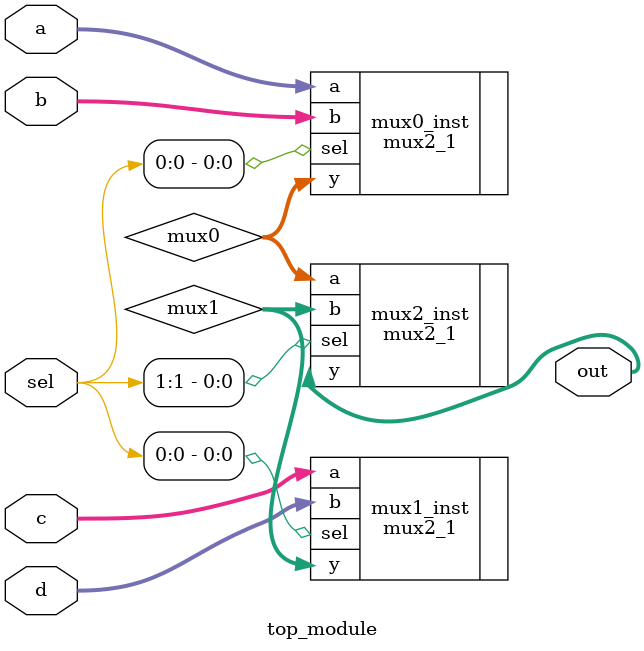
<source format=v>
module top_module (
    input wire [1:0] sel,
    input wire [7:0] a,
    input wire [7:0] b,
    input wire [7:0] c,
    input wire [7:0] d,
    output wire [7:0] out
);
    wire [7:0] mux0, mux1;

    // 2-to-1 multiplexers
    mux2_1 mux0_inst (
        .a(a),
        .b(b),
        .sel(sel[0]),
        .y(mux0)
    );
    
    mux2_1 mux1_inst (
        .a(c),
        .b(d),
        .sel(sel[0]),
        .y(mux1)
    );

    // Final 2-to-1 multiplexer
    mux2_1 mux2_inst (
        .a(mux0),
        .b(mux1),
        .sel(sel[1]),
        .y(out)
    );
endmodule
</source>
